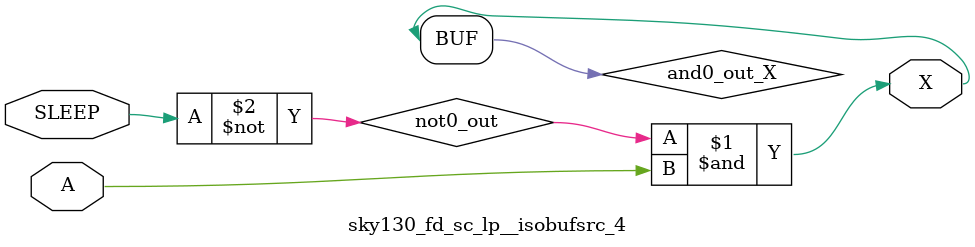
<source format=v>
/*
 * Copyright 2020 The SkyWater PDK Authors
 *
 * Licensed under the Apache License, Version 2.0 (the "License");
 * you may not use this file except in compliance with the License.
 * You may obtain a copy of the License at
 *
 *     https://www.apache.org/licenses/LICENSE-2.0
 *
 * Unless required by applicable law or agreed to in writing, software
 * distributed under the License is distributed on an "AS IS" BASIS,
 * WITHOUT WARRANTIES OR CONDITIONS OF ANY KIND, either express or implied.
 * See the License for the specific language governing permissions and
 * limitations under the License.
 *
 * SPDX-License-Identifier: Apache-2.0
*/


`ifndef SKY130_FD_SC_LP__ISOBUFSRC_4_FUNCTIONAL_V
`define SKY130_FD_SC_LP__ISOBUFSRC_4_FUNCTIONAL_V

/**
 * isobufsrc: Input isolation, noninverted sleep.
 *
 *            X = (!A | SLEEP)
 *
 * Verilog simulation functional model.
 */

`timescale 1ns / 1ps
`default_nettype none

`celldefine
module sky130_fd_sc_lp__isobufsrc_4 (
    X    ,
    SLEEP,
    A
);

    // Module ports
    output X    ;
    input  SLEEP;
    input  A    ;

    // Local signals
    wire not0_out  ;
    wire and0_out_X;

    //  Name  Output      Other arguments
    not not0 (not0_out  , SLEEP          );
    and and0 (and0_out_X, not0_out, A    );
    buf buf0 (X         , and0_out_X     );

endmodule
`endcelldefine

`default_nettype wire
`endif  // SKY130_FD_SC_LP__ISOBUFSRC_4_FUNCTIONAL_V

</source>
